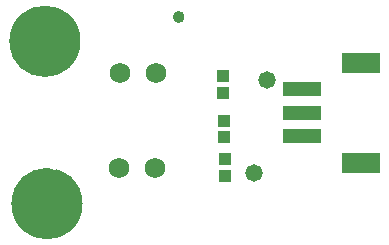
<source format=gts>
%FSLAX23Y23*%
%MOIN*%
G70*
G01*
G75*
G04 Layer_Color=8388736*
%ADD10R,0.035X0.031*%
%ADD11R,0.118X0.039*%
%ADD12R,0.118X0.059*%
%ADD13C,0.010*%
%ADD14C,0.060*%
%ADD15C,0.039*%
%ADD16C,0.236*%
%ADD17C,0.050*%
%ADD18C,0.004*%
%ADD19C,0.000*%
%ADD20R,0.023X0.043*%
%ADD21C,0.020*%
%ADD22C,0.059*%
%ADD23R,0.043X0.039*%
%ADD24R,0.126X0.047*%
%ADD25R,0.126X0.067*%
%ADD26C,0.068*%
%ADD27C,0.058*%
D15*
X112Y777D02*
D03*
X237D02*
D03*
X174Y803D02*
D03*
X86Y715D02*
D03*
X112Y652D02*
D03*
X174Y626D02*
D03*
X237Y652D02*
D03*
X263Y715D02*
D03*
X270Y174D02*
D03*
X244Y112D02*
D03*
X181Y86D02*
D03*
X118Y112D02*
D03*
X93Y174D02*
D03*
X181Y263D02*
D03*
X244Y237D02*
D03*
X118D02*
D03*
D16*
X174Y715D02*
D03*
X181Y174D02*
D03*
D21*
X630Y796D02*
G03*
X630Y796I-10J0D01*
G01*
D22*
X263Y715D02*
G03*
X263Y715I-89J0D01*
G01*
X270Y174D02*
G03*
X270Y174I-89J0D01*
G01*
D23*
X769Y599D02*
D03*
Y544D02*
D03*
X774Y322D02*
D03*
Y267D02*
D03*
X771Y450D02*
D03*
Y395D02*
D03*
D24*
X1032Y556D02*
D03*
Y477D02*
D03*
Y398D02*
D03*
D25*
X1229Y642D02*
D03*
Y311D02*
D03*
D26*
X425Y611D02*
D03*
X543D02*
D03*
X540Y294D02*
D03*
X422D02*
D03*
D27*
X914Y587D02*
D03*
X870Y276D02*
D03*
M02*

</source>
